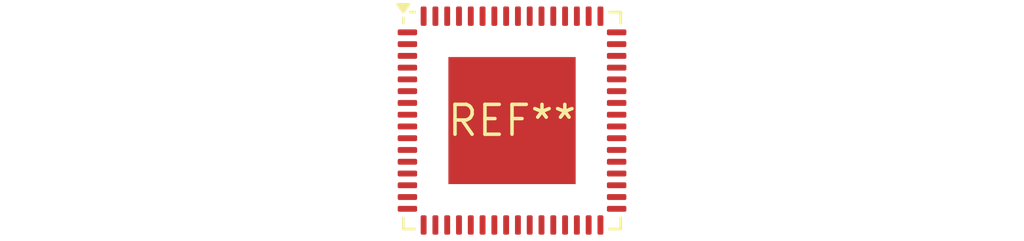
<source format=kicad_pcb>
(kicad_pcb (version 20240108) (generator pcbnew)
  (layers (0 "F.Cu" signal) (31 "B.Cu" signal) (34 "B.Paste" user) (35 "F.Paste" user) (36 "B.SilkS" user "B.Silkscreen") (37 "F.SilkS" user "F.Silkscreen") (38 "B.Mask" user) (39 "F.Mask" user) (44 "Edge.Cuts" user))
  (net 0 "")
  (footprint "QFN-64-1EP_9x9mm_P0.5mm_EP5.4x5.4mm" (layer "F.Cu") (at 0 0)
    (property "Reference" "REF**")
    (property "Value" "QFN-64-1EP_9x9mm_P0.5mm_EP5.4x5.4mm")
    (fp_line (start -4.61 -4.135) (end -4.61 -4.37) (layer "F.SilkS") (stroke (width 0.12)))
    (fp_line (start -4.61 4.61) (end -4.61 4.135) (layer "F.SilkS") (stroke (width 0.12)))
    (fp_line (start -4.135 -4.61) (end -4.31 -4.61) (layer "F.SilkS") (stroke (width 0.12)))
    (fp_line (start -4.135 4.61) (end -4.61 4.61) (layer "F.SilkS") (stroke (width 0.12)))
    (fp_line (start 4.135 -4.61) (end 4.61 -4.61) (layer "F.SilkS") (stroke (width 0.12)))
    (fp_line (start 4.135 4.61) (end 4.61 4.61) (layer "F.SilkS") (stroke (width 0.12)))
    (fp_line (start 4.61 -4.61) (end 4.61 -4.135) (layer "F.SilkS") (stroke (width 0.12)))
    (fp_line (start 4.61 4.61) (end 4.61 4.135) (layer "F.SilkS") (stroke (width 0.12)))
    (fp_poly (pts (xy -4.61 -4.61) (xy -4.85 -4.94) (xy -4.37 -4.94) (xy -4.61 -4.61)) (layer "F.SilkS") (stroke (width 0.12)) (fill solid))
    (pad "1" smd roundrect (at -4.4375 -3.75) (size 0.825 0.25) (layers "F.Cu" "F.Paste" "F.Mask"))
    (pad "2" smd roundrect (at -4.4375 -3.25) (size 0.825 0.25) (layers "F.Cu" "F.Paste" "F.Mask"))
    (pad "3" smd roundrect (at -4.4375 -2.75) (size 0.825 0.25) (layers "F.Cu" "F.Paste" "F.Mask"))
    (pad "4" smd roundrect (at -4.4375 -2.25) (size 0.825 0.25) (layers "F.Cu" "F.Paste" "F.Mask"))
    (pad "5" smd roundrect (at -4.4375 -1.75) (size 0.825 0.25) (layers "F.Cu" "F.Paste" "F.Mask"))
    (pad "6" smd roundrect (at -4.4375 -1.25) (size 0.825 0.25) (layers "F.Cu" "F.Paste" "F.Mask"))
    (pad "7" smd roundrect (at -4.4375 -0.75) (size 0.825 0.25) (layers "F.Cu" "F.Paste" "F.Mask"))
    (pad "8" smd roundrect (at -4.4375 -0.25) (size 0.825 0.25) (layers "F.Cu" "F.Paste" "F.Mask"))
    (pad "9" smd roundrect (at -4.4375 0.25) (size 0.825 0.25) (layers "F.Cu" "F.Paste" "F.Mask"))
    (pad "10" smd roundrect (at -4.4375 0.75) (size 0.825 0.25) (layers "F.Cu" "F.Paste" "F.Mask"))
    (pad "11" smd roundrect (at -4.4375 1.25) (size 0.825 0.25) (layers "F.Cu" "F.Paste" "F.Mask"))
    (pad "12" smd roundrect (at -4.4375 1.75) (size 0.825 0.25) (layers "F.Cu" "F.Paste" "F.Mask"))
    (pad "13" smd roundrect (at -4.4375 2.25) (size 0.825 0.25) (layers "F.Cu" "F.Paste" "F.Mask"))
    (pad "14" smd roundrect (at -4.4375 2.75) (size 0.825 0.25) (layers "F.Cu" "F.Paste" "F.Mask"))
    (pad "15" smd roundrect (at -4.4375 3.25) (size 0.825 0.25) (layers "F.Cu" "F.Paste" "F.Mask"))
    (pad "16" smd roundrect (at -4.4375 3.75) (size 0.825 0.25) (layers "F.Cu" "F.Paste" "F.Mask"))
    (pad "17" smd roundrect (at -3.75 4.4375) (size 0.25 0.825) (layers "F.Cu" "F.Paste" "F.Mask"))
    (pad "18" smd roundrect (at -3.25 4.4375) (size 0.25 0.825) (layers "F.Cu" "F.Paste" "F.Mask"))
    (pad "19" smd roundrect (at -2.75 4.4375) (size 0.25 0.825) (layers "F.Cu" "F.Paste" "F.Mask"))
    (pad "20" smd roundrect (at -2.25 4.4375) (size 0.25 0.825) (layers "F.Cu" "F.Paste" "F.Mask"))
    (pad "21" smd roundrect (at -1.75 4.4375) (size 0.25 0.825) (layers "F.Cu" "F.Paste" "F.Mask"))
    (pad "22" smd roundrect (at -1.25 4.4375) (size 0.25 0.825) (layers "F.Cu" "F.Paste" "F.Mask"))
    (pad "23" smd roundrect (at -0.75 4.4375) (size 0.25 0.825) (layers "F.Cu" "F.Paste" "F.Mask"))
    (pad "24" smd roundrect (at -0.25 4.4375) (size 0.25 0.825) (layers "F.Cu" "F.Paste" "F.Mask"))
    (pad "25" smd roundrect (at 0.25 4.4375) (size 0.25 0.825) (layers "F.Cu" "F.Paste" "F.Mask"))
    (pad "26" smd roundrect (at 0.75 4.4375) (size 0.25 0.825) (layers "F.Cu" "F.Paste" "F.Mask"))
    (pad "27" smd roundrect (at 1.25 4.4375) (size 0.25 0.825) (layers "F.Cu" "F.Paste" "F.Mask"))
    (pad "28" smd roundrect (at 1.75 4.4375) (size 0.25 0.825) (layers "F.Cu" "F.Paste" "F.Mask"))
    (pad "29" smd roundrect (at 2.25 4.4375) (size 0.25 0.825) (layers "F.Cu" "F.Paste" "F.Mask"))
    (pad "30" smd roundrect (at 2.75 4.4375) (size 0.25 0.825) (layers "F.Cu" "F.Paste" "F.Mask"))
    (pad "31" smd roundrect (at 3.25 4.4375) (size 0.25 0.825) (layers "F.Cu" "F.Paste" "F.Mask"))
    (pad "32" smd roundrect (at 3.75 4.4375) (size 0.25 0.825) (layers "F.Cu" "F.Paste" "F.Mask"))
    (pad "33" smd roundrect (at 4.4375 3.75) (size 0.825 0.25) (layers "F.Cu" "F.Paste" "F.Mask"))
    (pad "34" smd roundrect (at 4.4375 3.25) (size 0.825 0.25) (layers "F.Cu" "F.Paste" "F.Mask"))
    (pad "35" smd roundrect (at 4.4375 2.75) (size 0.825 0.25) (layers "F.Cu" "F.Paste" "F.Mask"))
    (pad "36" smd roundrect (at 4.4375 2.25) (size 0.825 0.25) (layers "F.Cu" "F.Paste" "F.Mask"))
    (pad "37" smd roundrect (at 4.4375 1.75) (size 0.825 0.25) (layers "F.Cu" "F.Paste" "F.Mask"))
    (pad "38" smd roundrect (at 4.4375 1.25) (size 0.825 0.25) (layers "F.Cu" "F.Paste" "F.Mask"))
    (pad "39" smd roundrect (at 4.4375 0.75) (size 0.825 0.25) (layers "F.Cu" "F.Paste" "F.Mask"))
    (pad "40" smd roundrect (at 4.4375 0.25) (size 0.825 0.25) (layers "F.Cu" "F.Paste" "F.Mask"))
    (pad "41" smd roundrect (at 4.4375 -0.25) (size 0.825 0.25) (layers "F.Cu" "F.Paste" "F.Mask"))
    (pad "42" smd roundrect (at 4.4375 -0.75) (size 0.825 0.25) (layers "F.Cu" "F.Paste" "F.Mask"))
    (pad "43" smd roundrect (at 4.4375 -1.25) (size 0.825 0.25) (layers "F.Cu" "F.Paste" "F.Mask"))
    (pad "44" smd roundrect (at 4.4375 -1.75) (size 0.825 0.25) (layers "F.Cu" "F.Paste" "F.Mask"))
    (pad "45" smd roundrect (at 4.4375 -2.25) (size 0.825 0.25) (layers "F.Cu" "F.Paste" "F.Mask"))
    (pad "46" smd roundrect (at 4.4375 -2.75) (size 0.825 0.25) (layers "F.Cu" "F.Paste" "F.Mask"))
    (pad "47" smd roundrect (at 4.4375 -3.25) (size 0.825 0.25) (layers "F.Cu" "F.Paste" "F.Mask"))
    (pad "48" smd roundrect (at 4.4375 -3.75) (size 0.825 0.25) (layers "F.Cu" "F.Paste" "F.Mask"))
    (pad "49" smd roundrect (at 3.75 -4.4375) (size 0.25 0.825) (layers "F.Cu" "F.Paste" "F.Mask"))
    (pad "50" smd roundrect (at 3.25 -4.4375) (size 0.25 0.825) (layers "F.Cu" "F.Paste" "F.Mask"))
    (pad "51" smd roundrect (at 2.75 -4.4375) (size 0.25 0.825) (layers "F.Cu" "F.Paste" "F.Mask"))
    (pad "52" smd roundrect (at 2.25 -4.4375) (size 0.25 0.825) (layers "F.Cu" "F.Paste" "F.Mask"))
    (pad "53" smd roundrect (at 1.75 -4.4375) (size 0.25 0.825) (layers "F.Cu" "F.Paste" "F.Mask"))
    (pad "54" smd roundrect (at 1.25 -4.4375) (size 0.25 0.825) (layers "F.Cu" "F.Paste" "F.Mask"))
    (pad "55" smd roundrect (at 0.75 -4.4375) (size 0.25 0.825) (layers "F.Cu" "F.Paste" "F.Mask"))
    (pad "56" smd roundrect (at 0.25 -4.4375) (size 0.25 0.825) (layers "F.Cu" "F.Paste" "F.Mask"))
    (pad "57" smd roundrect (at -0.25 -4.4375) (size 0.25 0.825) (layers "F.Cu" "F.Paste" "F.Mask"))
    (pad "58" smd roundrect (at -0.75 -4.4375) (size 0.25 0.825) (layers "F.Cu" "F.Paste" "F.Mask"))
    (pad "59" smd roundrect (at -1.25 -4.4375) (size 0.25 0.825) (layers "F.Cu" "F.Paste" "F.Mask"))
    (pad "60" smd roundrect (at -1.75 -4.4375) (size 0.25 0.825) (layers "F.Cu" "F.Paste" "F.Mask"))
    (pad "61" smd roundrect (at -2.25 -4.4375) (size 0.25 0.825) (layers "F.Cu" "F.Paste" "F.Mask"))
    (pad "62" smd roundrect (at -2.75 -4.4375) (size 0.25 0.825) (layers "F.Cu" "F.Paste" "F.Mask"))
    (pad "63" smd roundrect (at -3.25 -4.4375) (size 0.25 0.825) (layers "F.Cu" "F.Paste" "F.Mask"))
    (pad "64" smd roundrect (at -3.75 -4.4375) (size 0.25 0.825) (layers "F.Cu" "F.Paste" "F.Mask"))
    (pad "65" smd rect (at 0 0) (size 5.4 5.4) (property pad_prop_heatsink) (layers "F.Cu" "F.Mask"))
  )
)
</source>
